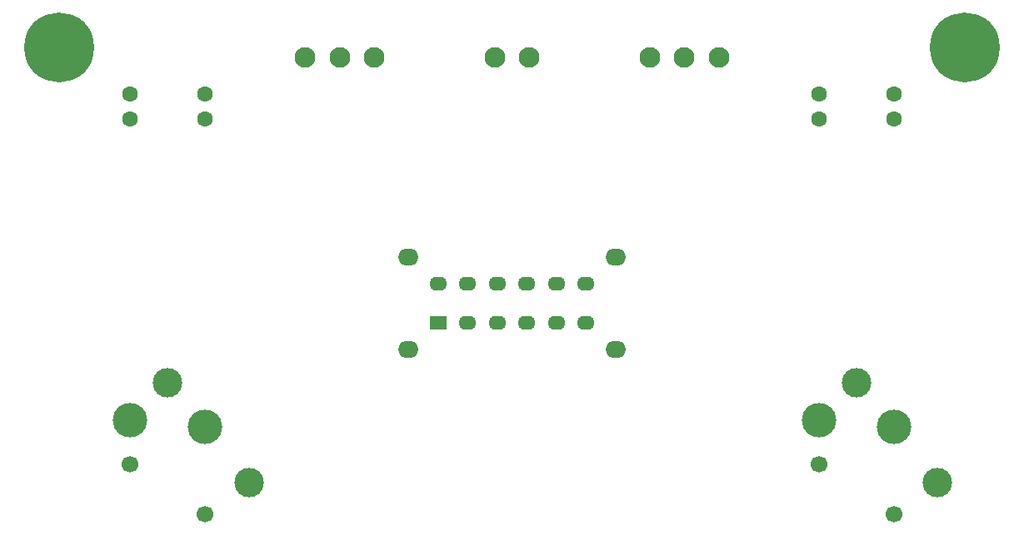
<source format=gbr>
%TF.GenerationSoftware,KiCad,Pcbnew,(5.1.6-0)*%
%TF.CreationDate,2024-01-20T13:00:52-08:00*%
%TF.ProjectId,input_buffer_bal_XLR_SMD_1206,696e7075-745f-4627-9566-6665725f6261,rev?*%
%TF.SameCoordinates,Original*%
%TF.FileFunction,Soldermask,Bot*%
%TF.FilePolarity,Negative*%
%FSLAX46Y46*%
G04 Gerber Fmt 4.6, Leading zero omitted, Abs format (unit mm)*
G04 Created by KiCad (PCBNEW (5.1.6-0)) date 2024-01-20 13:00:52*
%MOMM*%
%LPD*%
G01*
G04 APERTURE LIST*
%ADD10O,1.800000X1.400000*%
%ADD11O,2.100000X1.700000*%
%ADD12R,1.800000X1.400000*%
%ADD13C,1.600000*%
%ADD14C,2.100000*%
%ADD15C,3.000000*%
%ADD16C,1.700000*%
%ADD17C,3.500000*%
%ADD18C,0.900000*%
%ADD19C,7.100000*%
G04 APERTURE END LIST*
D10*
%TO.C,SW1*%
X132500000Y-132000000D03*
X129500000Y-132000000D03*
X126500000Y-132000000D03*
X123500000Y-132000000D03*
X120500000Y-132000000D03*
X132500000Y-128000000D03*
X129500000Y-128000000D03*
X126500000Y-128000000D03*
X123500000Y-128000000D03*
X120500000Y-128000000D03*
D11*
X114500000Y-134700000D03*
X135500000Y-134700000D03*
X135500000Y-125300000D03*
X114500000Y-125300000D03*
D10*
X117500000Y-128000000D03*
D12*
X117500000Y-132000000D03*
%TD*%
D13*
%TO.C,SW3*%
X156190000Y-111270000D03*
X156190000Y-108730000D03*
X163810000Y-111270000D03*
X163810000Y-108730000D03*
%TD*%
%TO.C,SW2*%
X93810000Y-108730000D03*
X93810000Y-111270000D03*
X86190000Y-108730000D03*
X86190000Y-111270000D03*
%TD*%
D14*
%TO.C,J6*%
X139000000Y-105000000D03*
X142500000Y-105000000D03*
X146000000Y-105000000D03*
%TD*%
%TO.C,J5*%
X104000000Y-105000000D03*
X107500000Y-105000000D03*
X111000000Y-105000000D03*
%TD*%
D15*
%TO.C,J3*%
X168250000Y-148260000D03*
D16*
X156190000Y-146350000D03*
X163810000Y-151430000D03*
D15*
X160000000Y-138090000D03*
D17*
X156190000Y-141905000D03*
X163810000Y-142540000D03*
%TD*%
D14*
%TO.C,J1*%
X123250000Y-105000000D03*
X126750000Y-105000000D03*
%TD*%
D18*
%TO.C,H2*%
X172856155Y-102143845D03*
X171000000Y-101375000D03*
X169143845Y-102143845D03*
X168375000Y-104000000D03*
X169143845Y-105856155D03*
X171000000Y-106625000D03*
X172856155Y-105856155D03*
X173625000Y-104000000D03*
D19*
X171000000Y-104000000D03*
%TD*%
D18*
%TO.C,H1*%
X80856155Y-102143845D03*
X79000000Y-101375000D03*
X77143845Y-102143845D03*
X76375000Y-104000000D03*
X77143845Y-105856155D03*
X79000000Y-106625000D03*
X80856155Y-105856155D03*
X81625000Y-104000000D03*
D19*
X79000000Y-104000000D03*
%TD*%
D15*
%TO.C,J2*%
X98250000Y-148260000D03*
D16*
X86190000Y-146350000D03*
X93810000Y-151430000D03*
D15*
X90000000Y-138090000D03*
D17*
X86190000Y-141905000D03*
X93810000Y-142540000D03*
%TD*%
M02*

</source>
